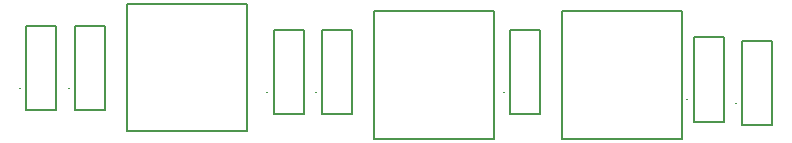
<source format=gbr>
%FSLAX34Y34*%
%MOMM*%
%LNSILK_TOP*%
G71*
G01*
%ADD10C,0.150*%
%ADD11C,0.167*%
%LPD*%
G54D10*
X88900Y996950D02*
X190500Y996950D01*
X190500Y889000D01*
X88900Y889000D01*
X88900Y996950D01*
G54D10*
X29010Y978188D02*
X3610Y978188D01*
X3610Y906588D01*
X29010Y906588D01*
X29010Y978188D01*
G54D11*
X-1781Y925532D02*
X-1781Y925532D01*
G54D10*
X70286Y978188D02*
X44885Y978188D01*
X44885Y906588D01*
X70285Y906588D01*
X70286Y978188D01*
G54D11*
X39494Y925532D02*
X39494Y925532D01*
G54D10*
X238560Y975013D02*
X213160Y975013D01*
X213160Y903413D01*
X238560Y903413D01*
X238560Y975013D01*
G54D11*
X207769Y922357D02*
X207769Y922357D01*
G54D10*
X279836Y975013D02*
X254435Y975013D01*
X254435Y903413D01*
X279835Y903413D01*
X279836Y975013D01*
G54D11*
X249044Y922357D02*
X249044Y922357D01*
G54D10*
X298450Y990600D02*
X400050Y990600D01*
X400050Y882650D01*
X298450Y882650D01*
X298450Y990600D01*
G54D10*
X438586Y975013D02*
X413185Y975013D01*
X413185Y903413D01*
X438585Y903413D01*
X438586Y975013D01*
G54D11*
X407794Y922357D02*
X407794Y922357D01*
G54D10*
X457200Y990600D02*
X558800Y990600D01*
X558800Y882650D01*
X457200Y882650D01*
X457200Y990600D01*
G54D10*
X594160Y968663D02*
X568760Y968663D01*
X568760Y897063D01*
X594160Y897063D01*
X594160Y968663D01*
G54D11*
X563369Y916007D02*
X563369Y916007D01*
G54D10*
X635436Y965488D02*
X610035Y965488D01*
X610035Y893888D01*
X635435Y893888D01*
X635436Y965488D01*
G54D11*
X604644Y912832D02*
X604644Y912832D01*
M02*

</source>
